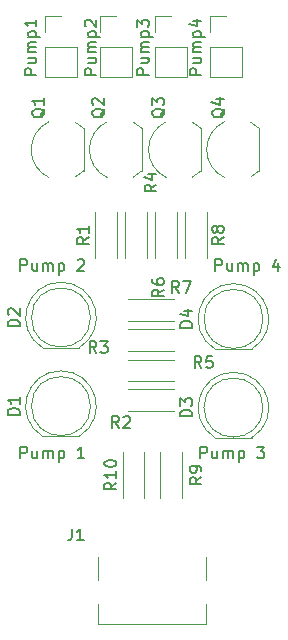
<source format=gbr>
%TF.GenerationSoftware,KiCad,Pcbnew,7.0.11-7.0.11~ubuntu22.04.1*%
%TF.CreationDate,2024-06-13T13:42:09+02:00*%
%TF.ProjectId,ESP-Pump-Interface,4553502d-5075-46d7-902d-496e74657266,rev?*%
%TF.SameCoordinates,Original*%
%TF.FileFunction,Legend,Top*%
%TF.FilePolarity,Positive*%
%FSLAX46Y46*%
G04 Gerber Fmt 4.6, Leading zero omitted, Abs format (unit mm)*
G04 Created by KiCad (PCBNEW 7.0.11-7.0.11~ubuntu22.04.1) date 2024-06-13 13:42:09*
%MOMM*%
%LPD*%
G01*
G04 APERTURE LIST*
%ADD10C,0.200000*%
%ADD11C,0.150000*%
%ADD12C,0.120000*%
G04 APERTURE END LIST*
D10*
X130544673Y-82417219D02*
X130544673Y-81417219D01*
X130544673Y-81417219D02*
X130925625Y-81417219D01*
X130925625Y-81417219D02*
X131020863Y-81464838D01*
X131020863Y-81464838D02*
X131068482Y-81512457D01*
X131068482Y-81512457D02*
X131116101Y-81607695D01*
X131116101Y-81607695D02*
X131116101Y-81750552D01*
X131116101Y-81750552D02*
X131068482Y-81845790D01*
X131068482Y-81845790D02*
X131020863Y-81893409D01*
X131020863Y-81893409D02*
X130925625Y-81941028D01*
X130925625Y-81941028D02*
X130544673Y-81941028D01*
X131973244Y-81750552D02*
X131973244Y-82417219D01*
X131544673Y-81750552D02*
X131544673Y-82274361D01*
X131544673Y-82274361D02*
X131592292Y-82369600D01*
X131592292Y-82369600D02*
X131687530Y-82417219D01*
X131687530Y-82417219D02*
X131830387Y-82417219D01*
X131830387Y-82417219D02*
X131925625Y-82369600D01*
X131925625Y-82369600D02*
X131973244Y-82321980D01*
X132449435Y-82417219D02*
X132449435Y-81750552D01*
X132449435Y-81845790D02*
X132497054Y-81798171D01*
X132497054Y-81798171D02*
X132592292Y-81750552D01*
X132592292Y-81750552D02*
X132735149Y-81750552D01*
X132735149Y-81750552D02*
X132830387Y-81798171D01*
X132830387Y-81798171D02*
X132878006Y-81893409D01*
X132878006Y-81893409D02*
X132878006Y-82417219D01*
X132878006Y-81893409D02*
X132925625Y-81798171D01*
X132925625Y-81798171D02*
X133020863Y-81750552D01*
X133020863Y-81750552D02*
X133163720Y-81750552D01*
X133163720Y-81750552D02*
X133258959Y-81798171D01*
X133258959Y-81798171D02*
X133306578Y-81893409D01*
X133306578Y-81893409D02*
X133306578Y-82417219D01*
X133782768Y-81750552D02*
X133782768Y-82750552D01*
X133782768Y-81798171D02*
X133878006Y-81750552D01*
X133878006Y-81750552D02*
X134068482Y-81750552D01*
X134068482Y-81750552D02*
X134163720Y-81798171D01*
X134163720Y-81798171D02*
X134211339Y-81845790D01*
X134211339Y-81845790D02*
X134258958Y-81941028D01*
X134258958Y-81941028D02*
X134258958Y-82226742D01*
X134258958Y-82226742D02*
X134211339Y-82321980D01*
X134211339Y-82321980D02*
X134163720Y-82369600D01*
X134163720Y-82369600D02*
X134068482Y-82417219D01*
X134068482Y-82417219D02*
X133878006Y-82417219D01*
X133878006Y-82417219D02*
X133782768Y-82369600D01*
X135973244Y-82417219D02*
X135401816Y-82417219D01*
X135687530Y-82417219D02*
X135687530Y-81417219D01*
X135687530Y-81417219D02*
X135592292Y-81560076D01*
X135592292Y-81560076D02*
X135497054Y-81655314D01*
X135497054Y-81655314D02*
X135401816Y-81702933D01*
X130544673Y-66542219D02*
X130544673Y-65542219D01*
X130544673Y-65542219D02*
X130925625Y-65542219D01*
X130925625Y-65542219D02*
X131020863Y-65589838D01*
X131020863Y-65589838D02*
X131068482Y-65637457D01*
X131068482Y-65637457D02*
X131116101Y-65732695D01*
X131116101Y-65732695D02*
X131116101Y-65875552D01*
X131116101Y-65875552D02*
X131068482Y-65970790D01*
X131068482Y-65970790D02*
X131020863Y-66018409D01*
X131020863Y-66018409D02*
X130925625Y-66066028D01*
X130925625Y-66066028D02*
X130544673Y-66066028D01*
X131973244Y-65875552D02*
X131973244Y-66542219D01*
X131544673Y-65875552D02*
X131544673Y-66399361D01*
X131544673Y-66399361D02*
X131592292Y-66494600D01*
X131592292Y-66494600D02*
X131687530Y-66542219D01*
X131687530Y-66542219D02*
X131830387Y-66542219D01*
X131830387Y-66542219D02*
X131925625Y-66494600D01*
X131925625Y-66494600D02*
X131973244Y-66446980D01*
X132449435Y-66542219D02*
X132449435Y-65875552D01*
X132449435Y-65970790D02*
X132497054Y-65923171D01*
X132497054Y-65923171D02*
X132592292Y-65875552D01*
X132592292Y-65875552D02*
X132735149Y-65875552D01*
X132735149Y-65875552D02*
X132830387Y-65923171D01*
X132830387Y-65923171D02*
X132878006Y-66018409D01*
X132878006Y-66018409D02*
X132878006Y-66542219D01*
X132878006Y-66018409D02*
X132925625Y-65923171D01*
X132925625Y-65923171D02*
X133020863Y-65875552D01*
X133020863Y-65875552D02*
X133163720Y-65875552D01*
X133163720Y-65875552D02*
X133258959Y-65923171D01*
X133258959Y-65923171D02*
X133306578Y-66018409D01*
X133306578Y-66018409D02*
X133306578Y-66542219D01*
X133782768Y-65875552D02*
X133782768Y-66875552D01*
X133782768Y-65923171D02*
X133878006Y-65875552D01*
X133878006Y-65875552D02*
X134068482Y-65875552D01*
X134068482Y-65875552D02*
X134163720Y-65923171D01*
X134163720Y-65923171D02*
X134211339Y-65970790D01*
X134211339Y-65970790D02*
X134258958Y-66066028D01*
X134258958Y-66066028D02*
X134258958Y-66351742D01*
X134258958Y-66351742D02*
X134211339Y-66446980D01*
X134211339Y-66446980D02*
X134163720Y-66494600D01*
X134163720Y-66494600D02*
X134068482Y-66542219D01*
X134068482Y-66542219D02*
X133878006Y-66542219D01*
X133878006Y-66542219D02*
X133782768Y-66494600D01*
X135401816Y-65637457D02*
X135449435Y-65589838D01*
X135449435Y-65589838D02*
X135544673Y-65542219D01*
X135544673Y-65542219D02*
X135782768Y-65542219D01*
X135782768Y-65542219D02*
X135878006Y-65589838D01*
X135878006Y-65589838D02*
X135925625Y-65637457D01*
X135925625Y-65637457D02*
X135973244Y-65732695D01*
X135973244Y-65732695D02*
X135973244Y-65827933D01*
X135973244Y-65827933D02*
X135925625Y-65970790D01*
X135925625Y-65970790D02*
X135354197Y-66542219D01*
X135354197Y-66542219D02*
X135973244Y-66542219D01*
X147054673Y-66542219D02*
X147054673Y-65542219D01*
X147054673Y-65542219D02*
X147435625Y-65542219D01*
X147435625Y-65542219D02*
X147530863Y-65589838D01*
X147530863Y-65589838D02*
X147578482Y-65637457D01*
X147578482Y-65637457D02*
X147626101Y-65732695D01*
X147626101Y-65732695D02*
X147626101Y-65875552D01*
X147626101Y-65875552D02*
X147578482Y-65970790D01*
X147578482Y-65970790D02*
X147530863Y-66018409D01*
X147530863Y-66018409D02*
X147435625Y-66066028D01*
X147435625Y-66066028D02*
X147054673Y-66066028D01*
X148483244Y-65875552D02*
X148483244Y-66542219D01*
X148054673Y-65875552D02*
X148054673Y-66399361D01*
X148054673Y-66399361D02*
X148102292Y-66494600D01*
X148102292Y-66494600D02*
X148197530Y-66542219D01*
X148197530Y-66542219D02*
X148340387Y-66542219D01*
X148340387Y-66542219D02*
X148435625Y-66494600D01*
X148435625Y-66494600D02*
X148483244Y-66446980D01*
X148959435Y-66542219D02*
X148959435Y-65875552D01*
X148959435Y-65970790D02*
X149007054Y-65923171D01*
X149007054Y-65923171D02*
X149102292Y-65875552D01*
X149102292Y-65875552D02*
X149245149Y-65875552D01*
X149245149Y-65875552D02*
X149340387Y-65923171D01*
X149340387Y-65923171D02*
X149388006Y-66018409D01*
X149388006Y-66018409D02*
X149388006Y-66542219D01*
X149388006Y-66018409D02*
X149435625Y-65923171D01*
X149435625Y-65923171D02*
X149530863Y-65875552D01*
X149530863Y-65875552D02*
X149673720Y-65875552D01*
X149673720Y-65875552D02*
X149768959Y-65923171D01*
X149768959Y-65923171D02*
X149816578Y-66018409D01*
X149816578Y-66018409D02*
X149816578Y-66542219D01*
X150292768Y-65875552D02*
X150292768Y-66875552D01*
X150292768Y-65923171D02*
X150388006Y-65875552D01*
X150388006Y-65875552D02*
X150578482Y-65875552D01*
X150578482Y-65875552D02*
X150673720Y-65923171D01*
X150673720Y-65923171D02*
X150721339Y-65970790D01*
X150721339Y-65970790D02*
X150768958Y-66066028D01*
X150768958Y-66066028D02*
X150768958Y-66351742D01*
X150768958Y-66351742D02*
X150721339Y-66446980D01*
X150721339Y-66446980D02*
X150673720Y-66494600D01*
X150673720Y-66494600D02*
X150578482Y-66542219D01*
X150578482Y-66542219D02*
X150388006Y-66542219D01*
X150388006Y-66542219D02*
X150292768Y-66494600D01*
X152388006Y-65875552D02*
X152388006Y-66542219D01*
X152149911Y-65494600D02*
X151911816Y-66208885D01*
X151911816Y-66208885D02*
X152530863Y-66208885D01*
X145784673Y-82417219D02*
X145784673Y-81417219D01*
X145784673Y-81417219D02*
X146165625Y-81417219D01*
X146165625Y-81417219D02*
X146260863Y-81464838D01*
X146260863Y-81464838D02*
X146308482Y-81512457D01*
X146308482Y-81512457D02*
X146356101Y-81607695D01*
X146356101Y-81607695D02*
X146356101Y-81750552D01*
X146356101Y-81750552D02*
X146308482Y-81845790D01*
X146308482Y-81845790D02*
X146260863Y-81893409D01*
X146260863Y-81893409D02*
X146165625Y-81941028D01*
X146165625Y-81941028D02*
X145784673Y-81941028D01*
X147213244Y-81750552D02*
X147213244Y-82417219D01*
X146784673Y-81750552D02*
X146784673Y-82274361D01*
X146784673Y-82274361D02*
X146832292Y-82369600D01*
X146832292Y-82369600D02*
X146927530Y-82417219D01*
X146927530Y-82417219D02*
X147070387Y-82417219D01*
X147070387Y-82417219D02*
X147165625Y-82369600D01*
X147165625Y-82369600D02*
X147213244Y-82321980D01*
X147689435Y-82417219D02*
X147689435Y-81750552D01*
X147689435Y-81845790D02*
X147737054Y-81798171D01*
X147737054Y-81798171D02*
X147832292Y-81750552D01*
X147832292Y-81750552D02*
X147975149Y-81750552D01*
X147975149Y-81750552D02*
X148070387Y-81798171D01*
X148070387Y-81798171D02*
X148118006Y-81893409D01*
X148118006Y-81893409D02*
X148118006Y-82417219D01*
X148118006Y-81893409D02*
X148165625Y-81798171D01*
X148165625Y-81798171D02*
X148260863Y-81750552D01*
X148260863Y-81750552D02*
X148403720Y-81750552D01*
X148403720Y-81750552D02*
X148498959Y-81798171D01*
X148498959Y-81798171D02*
X148546578Y-81893409D01*
X148546578Y-81893409D02*
X148546578Y-82417219D01*
X149022768Y-81750552D02*
X149022768Y-82750552D01*
X149022768Y-81798171D02*
X149118006Y-81750552D01*
X149118006Y-81750552D02*
X149308482Y-81750552D01*
X149308482Y-81750552D02*
X149403720Y-81798171D01*
X149403720Y-81798171D02*
X149451339Y-81845790D01*
X149451339Y-81845790D02*
X149498958Y-81941028D01*
X149498958Y-81941028D02*
X149498958Y-82226742D01*
X149498958Y-82226742D02*
X149451339Y-82321980D01*
X149451339Y-82321980D02*
X149403720Y-82369600D01*
X149403720Y-82369600D02*
X149308482Y-82417219D01*
X149308482Y-82417219D02*
X149118006Y-82417219D01*
X149118006Y-82417219D02*
X149022768Y-82369600D01*
X150594197Y-81417219D02*
X151213244Y-81417219D01*
X151213244Y-81417219D02*
X150879911Y-81798171D01*
X150879911Y-81798171D02*
X151022768Y-81798171D01*
X151022768Y-81798171D02*
X151118006Y-81845790D01*
X151118006Y-81845790D02*
X151165625Y-81893409D01*
X151165625Y-81893409D02*
X151213244Y-81988647D01*
X151213244Y-81988647D02*
X151213244Y-82226742D01*
X151213244Y-82226742D02*
X151165625Y-82321980D01*
X151165625Y-82321980D02*
X151118006Y-82369600D01*
X151118006Y-82369600D02*
X151022768Y-82417219D01*
X151022768Y-82417219D02*
X150737054Y-82417219D01*
X150737054Y-82417219D02*
X150641816Y-82369600D01*
X150641816Y-82369600D02*
X150594197Y-82321980D01*
D11*
X132630057Y-52800238D02*
X132582438Y-52895476D01*
X132582438Y-52895476D02*
X132487200Y-52990714D01*
X132487200Y-52990714D02*
X132344342Y-53133571D01*
X132344342Y-53133571D02*
X132296723Y-53228809D01*
X132296723Y-53228809D02*
X132296723Y-53324047D01*
X132534819Y-53276428D02*
X132487200Y-53371666D01*
X132487200Y-53371666D02*
X132391961Y-53466904D01*
X132391961Y-53466904D02*
X132201485Y-53514523D01*
X132201485Y-53514523D02*
X131868152Y-53514523D01*
X131868152Y-53514523D02*
X131677676Y-53466904D01*
X131677676Y-53466904D02*
X131582438Y-53371666D01*
X131582438Y-53371666D02*
X131534819Y-53276428D01*
X131534819Y-53276428D02*
X131534819Y-53085952D01*
X131534819Y-53085952D02*
X131582438Y-52990714D01*
X131582438Y-52990714D02*
X131677676Y-52895476D01*
X131677676Y-52895476D02*
X131868152Y-52847857D01*
X131868152Y-52847857D02*
X132201485Y-52847857D01*
X132201485Y-52847857D02*
X132391961Y-52895476D01*
X132391961Y-52895476D02*
X132487200Y-52990714D01*
X132487200Y-52990714D02*
X132534819Y-53085952D01*
X132534819Y-53085952D02*
X132534819Y-53276428D01*
X132534819Y-51895476D02*
X132534819Y-52466904D01*
X132534819Y-52181190D02*
X131534819Y-52181190D01*
X131534819Y-52181190D02*
X131677676Y-52276428D01*
X131677676Y-52276428D02*
X131772914Y-52371666D01*
X131772914Y-52371666D02*
X131820533Y-52466904D01*
X145869819Y-83986666D02*
X145393628Y-84319999D01*
X145869819Y-84558094D02*
X144869819Y-84558094D01*
X144869819Y-84558094D02*
X144869819Y-84177142D01*
X144869819Y-84177142D02*
X144917438Y-84081904D01*
X144917438Y-84081904D02*
X144965057Y-84034285D01*
X144965057Y-84034285D02*
X145060295Y-83986666D01*
X145060295Y-83986666D02*
X145203152Y-83986666D01*
X145203152Y-83986666D02*
X145298390Y-84034285D01*
X145298390Y-84034285D02*
X145346009Y-84081904D01*
X145346009Y-84081904D02*
X145393628Y-84177142D01*
X145393628Y-84177142D02*
X145393628Y-84558094D01*
X145869819Y-83510475D02*
X145869819Y-83319999D01*
X145869819Y-83319999D02*
X145822200Y-83224761D01*
X145822200Y-83224761D02*
X145774580Y-83177142D01*
X145774580Y-83177142D02*
X145631723Y-83081904D01*
X145631723Y-83081904D02*
X145441247Y-83034285D01*
X145441247Y-83034285D02*
X145060295Y-83034285D01*
X145060295Y-83034285D02*
X144965057Y-83081904D01*
X144965057Y-83081904D02*
X144917438Y-83129523D01*
X144917438Y-83129523D02*
X144869819Y-83224761D01*
X144869819Y-83224761D02*
X144869819Y-83415237D01*
X144869819Y-83415237D02*
X144917438Y-83510475D01*
X144917438Y-83510475D02*
X144965057Y-83558094D01*
X144965057Y-83558094D02*
X145060295Y-83605713D01*
X145060295Y-83605713D02*
X145298390Y-83605713D01*
X145298390Y-83605713D02*
X145393628Y-83558094D01*
X145393628Y-83558094D02*
X145441247Y-83510475D01*
X145441247Y-83510475D02*
X145488866Y-83415237D01*
X145488866Y-83415237D02*
X145488866Y-83224761D01*
X145488866Y-83224761D02*
X145441247Y-83129523D01*
X145441247Y-83129523D02*
X145393628Y-83081904D01*
X145393628Y-83081904D02*
X145298390Y-83034285D01*
X131899819Y-49934523D02*
X130899819Y-49934523D01*
X130899819Y-49934523D02*
X130899819Y-49553571D01*
X130899819Y-49553571D02*
X130947438Y-49458333D01*
X130947438Y-49458333D02*
X130995057Y-49410714D01*
X130995057Y-49410714D02*
X131090295Y-49363095D01*
X131090295Y-49363095D02*
X131233152Y-49363095D01*
X131233152Y-49363095D02*
X131328390Y-49410714D01*
X131328390Y-49410714D02*
X131376009Y-49458333D01*
X131376009Y-49458333D02*
X131423628Y-49553571D01*
X131423628Y-49553571D02*
X131423628Y-49934523D01*
X131233152Y-48505952D02*
X131899819Y-48505952D01*
X131233152Y-48934523D02*
X131756961Y-48934523D01*
X131756961Y-48934523D02*
X131852200Y-48886904D01*
X131852200Y-48886904D02*
X131899819Y-48791666D01*
X131899819Y-48791666D02*
X131899819Y-48648809D01*
X131899819Y-48648809D02*
X131852200Y-48553571D01*
X131852200Y-48553571D02*
X131804580Y-48505952D01*
X131899819Y-48029761D02*
X131233152Y-48029761D01*
X131328390Y-48029761D02*
X131280771Y-47982142D01*
X131280771Y-47982142D02*
X131233152Y-47886904D01*
X131233152Y-47886904D02*
X131233152Y-47744047D01*
X131233152Y-47744047D02*
X131280771Y-47648809D01*
X131280771Y-47648809D02*
X131376009Y-47601190D01*
X131376009Y-47601190D02*
X131899819Y-47601190D01*
X131376009Y-47601190D02*
X131280771Y-47553571D01*
X131280771Y-47553571D02*
X131233152Y-47458333D01*
X131233152Y-47458333D02*
X131233152Y-47315476D01*
X131233152Y-47315476D02*
X131280771Y-47220237D01*
X131280771Y-47220237D02*
X131376009Y-47172618D01*
X131376009Y-47172618D02*
X131899819Y-47172618D01*
X131233152Y-46696428D02*
X132233152Y-46696428D01*
X131280771Y-46696428D02*
X131233152Y-46601190D01*
X131233152Y-46601190D02*
X131233152Y-46410714D01*
X131233152Y-46410714D02*
X131280771Y-46315476D01*
X131280771Y-46315476D02*
X131328390Y-46267857D01*
X131328390Y-46267857D02*
X131423628Y-46220238D01*
X131423628Y-46220238D02*
X131709342Y-46220238D01*
X131709342Y-46220238D02*
X131804580Y-46267857D01*
X131804580Y-46267857D02*
X131852200Y-46315476D01*
X131852200Y-46315476D02*
X131899819Y-46410714D01*
X131899819Y-46410714D02*
X131899819Y-46601190D01*
X131899819Y-46601190D02*
X131852200Y-46696428D01*
X131899819Y-45267857D02*
X131899819Y-45839285D01*
X131899819Y-45553571D02*
X130899819Y-45553571D01*
X130899819Y-45553571D02*
X131042676Y-45648809D01*
X131042676Y-45648809D02*
X131137914Y-45744047D01*
X131137914Y-45744047D02*
X131185533Y-45839285D01*
X147789819Y-63666666D02*
X147313628Y-63999999D01*
X147789819Y-64238094D02*
X146789819Y-64238094D01*
X146789819Y-64238094D02*
X146789819Y-63857142D01*
X146789819Y-63857142D02*
X146837438Y-63761904D01*
X146837438Y-63761904D02*
X146885057Y-63714285D01*
X146885057Y-63714285D02*
X146980295Y-63666666D01*
X146980295Y-63666666D02*
X147123152Y-63666666D01*
X147123152Y-63666666D02*
X147218390Y-63714285D01*
X147218390Y-63714285D02*
X147266009Y-63761904D01*
X147266009Y-63761904D02*
X147313628Y-63857142D01*
X147313628Y-63857142D02*
X147313628Y-64238094D01*
X147218390Y-63095237D02*
X147170771Y-63190475D01*
X147170771Y-63190475D02*
X147123152Y-63238094D01*
X147123152Y-63238094D02*
X147027914Y-63285713D01*
X147027914Y-63285713D02*
X146980295Y-63285713D01*
X146980295Y-63285713D02*
X146885057Y-63238094D01*
X146885057Y-63238094D02*
X146837438Y-63190475D01*
X146837438Y-63190475D02*
X146789819Y-63095237D01*
X146789819Y-63095237D02*
X146789819Y-62904761D01*
X146789819Y-62904761D02*
X146837438Y-62809523D01*
X146837438Y-62809523D02*
X146885057Y-62761904D01*
X146885057Y-62761904D02*
X146980295Y-62714285D01*
X146980295Y-62714285D02*
X147027914Y-62714285D01*
X147027914Y-62714285D02*
X147123152Y-62761904D01*
X147123152Y-62761904D02*
X147170771Y-62809523D01*
X147170771Y-62809523D02*
X147218390Y-62904761D01*
X147218390Y-62904761D02*
X147218390Y-63095237D01*
X147218390Y-63095237D02*
X147266009Y-63190475D01*
X147266009Y-63190475D02*
X147313628Y-63238094D01*
X147313628Y-63238094D02*
X147408866Y-63285713D01*
X147408866Y-63285713D02*
X147599342Y-63285713D01*
X147599342Y-63285713D02*
X147694580Y-63238094D01*
X147694580Y-63238094D02*
X147742200Y-63190475D01*
X147742200Y-63190475D02*
X147789819Y-63095237D01*
X147789819Y-63095237D02*
X147789819Y-62904761D01*
X147789819Y-62904761D02*
X147742200Y-62809523D01*
X147742200Y-62809523D02*
X147694580Y-62761904D01*
X147694580Y-62761904D02*
X147599342Y-62714285D01*
X147599342Y-62714285D02*
X147408866Y-62714285D01*
X147408866Y-62714285D02*
X147313628Y-62761904D01*
X147313628Y-62761904D02*
X147266009Y-62809523D01*
X147266009Y-62809523D02*
X147218390Y-62904761D01*
X138666619Y-84462857D02*
X138190428Y-84796190D01*
X138666619Y-85034285D02*
X137666619Y-85034285D01*
X137666619Y-85034285D02*
X137666619Y-84653333D01*
X137666619Y-84653333D02*
X137714238Y-84558095D01*
X137714238Y-84558095D02*
X137761857Y-84510476D01*
X137761857Y-84510476D02*
X137857095Y-84462857D01*
X137857095Y-84462857D02*
X137999952Y-84462857D01*
X137999952Y-84462857D02*
X138095190Y-84510476D01*
X138095190Y-84510476D02*
X138142809Y-84558095D01*
X138142809Y-84558095D02*
X138190428Y-84653333D01*
X138190428Y-84653333D02*
X138190428Y-85034285D01*
X138666619Y-83510476D02*
X138666619Y-84081904D01*
X138666619Y-83796190D02*
X137666619Y-83796190D01*
X137666619Y-83796190D02*
X137809476Y-83891428D01*
X137809476Y-83891428D02*
X137904714Y-83986666D01*
X137904714Y-83986666D02*
X137952333Y-84081904D01*
X137666619Y-82891428D02*
X137666619Y-82796190D01*
X137666619Y-82796190D02*
X137714238Y-82700952D01*
X137714238Y-82700952D02*
X137761857Y-82653333D01*
X137761857Y-82653333D02*
X137857095Y-82605714D01*
X137857095Y-82605714D02*
X138047571Y-82558095D01*
X138047571Y-82558095D02*
X138285666Y-82558095D01*
X138285666Y-82558095D02*
X138476142Y-82605714D01*
X138476142Y-82605714D02*
X138571380Y-82653333D01*
X138571380Y-82653333D02*
X138619000Y-82700952D01*
X138619000Y-82700952D02*
X138666619Y-82796190D01*
X138666619Y-82796190D02*
X138666619Y-82891428D01*
X138666619Y-82891428D02*
X138619000Y-82986666D01*
X138619000Y-82986666D02*
X138571380Y-83034285D01*
X138571380Y-83034285D02*
X138476142Y-83081904D01*
X138476142Y-83081904D02*
X138285666Y-83129523D01*
X138285666Y-83129523D02*
X138047571Y-83129523D01*
X138047571Y-83129523D02*
X137857095Y-83081904D01*
X137857095Y-83081904D02*
X137761857Y-83034285D01*
X137761857Y-83034285D02*
X137714238Y-82986666D01*
X137714238Y-82986666D02*
X137666619Y-82891428D01*
X134921666Y-88354819D02*
X134921666Y-89069104D01*
X134921666Y-89069104D02*
X134874047Y-89211961D01*
X134874047Y-89211961D02*
X134778809Y-89307200D01*
X134778809Y-89307200D02*
X134635952Y-89354819D01*
X134635952Y-89354819D02*
X134540714Y-89354819D01*
X135921666Y-89354819D02*
X135350238Y-89354819D01*
X135635952Y-89354819D02*
X135635952Y-88354819D01*
X135635952Y-88354819D02*
X135540714Y-88497676D01*
X135540714Y-88497676D02*
X135445476Y-88592914D01*
X135445476Y-88592914D02*
X135350238Y-88640533D01*
X136979819Y-49934523D02*
X135979819Y-49934523D01*
X135979819Y-49934523D02*
X135979819Y-49553571D01*
X135979819Y-49553571D02*
X136027438Y-49458333D01*
X136027438Y-49458333D02*
X136075057Y-49410714D01*
X136075057Y-49410714D02*
X136170295Y-49363095D01*
X136170295Y-49363095D02*
X136313152Y-49363095D01*
X136313152Y-49363095D02*
X136408390Y-49410714D01*
X136408390Y-49410714D02*
X136456009Y-49458333D01*
X136456009Y-49458333D02*
X136503628Y-49553571D01*
X136503628Y-49553571D02*
X136503628Y-49934523D01*
X136313152Y-48505952D02*
X136979819Y-48505952D01*
X136313152Y-48934523D02*
X136836961Y-48934523D01*
X136836961Y-48934523D02*
X136932200Y-48886904D01*
X136932200Y-48886904D02*
X136979819Y-48791666D01*
X136979819Y-48791666D02*
X136979819Y-48648809D01*
X136979819Y-48648809D02*
X136932200Y-48553571D01*
X136932200Y-48553571D02*
X136884580Y-48505952D01*
X136979819Y-48029761D02*
X136313152Y-48029761D01*
X136408390Y-48029761D02*
X136360771Y-47982142D01*
X136360771Y-47982142D02*
X136313152Y-47886904D01*
X136313152Y-47886904D02*
X136313152Y-47744047D01*
X136313152Y-47744047D02*
X136360771Y-47648809D01*
X136360771Y-47648809D02*
X136456009Y-47601190D01*
X136456009Y-47601190D02*
X136979819Y-47601190D01*
X136456009Y-47601190D02*
X136360771Y-47553571D01*
X136360771Y-47553571D02*
X136313152Y-47458333D01*
X136313152Y-47458333D02*
X136313152Y-47315476D01*
X136313152Y-47315476D02*
X136360771Y-47220237D01*
X136360771Y-47220237D02*
X136456009Y-47172618D01*
X136456009Y-47172618D02*
X136979819Y-47172618D01*
X136313152Y-46696428D02*
X137313152Y-46696428D01*
X136360771Y-46696428D02*
X136313152Y-46601190D01*
X136313152Y-46601190D02*
X136313152Y-46410714D01*
X136313152Y-46410714D02*
X136360771Y-46315476D01*
X136360771Y-46315476D02*
X136408390Y-46267857D01*
X136408390Y-46267857D02*
X136503628Y-46220238D01*
X136503628Y-46220238D02*
X136789342Y-46220238D01*
X136789342Y-46220238D02*
X136884580Y-46267857D01*
X136884580Y-46267857D02*
X136932200Y-46315476D01*
X136932200Y-46315476D02*
X136979819Y-46410714D01*
X136979819Y-46410714D02*
X136979819Y-46601190D01*
X136979819Y-46601190D02*
X136932200Y-46696428D01*
X136075057Y-45839285D02*
X136027438Y-45791666D01*
X136027438Y-45791666D02*
X135979819Y-45696428D01*
X135979819Y-45696428D02*
X135979819Y-45458333D01*
X135979819Y-45458333D02*
X136027438Y-45363095D01*
X136027438Y-45363095D02*
X136075057Y-45315476D01*
X136075057Y-45315476D02*
X136170295Y-45267857D01*
X136170295Y-45267857D02*
X136265533Y-45267857D01*
X136265533Y-45267857D02*
X136408390Y-45315476D01*
X136408390Y-45315476D02*
X136979819Y-45886904D01*
X136979819Y-45886904D02*
X136979819Y-45267857D01*
X143978333Y-68399819D02*
X143645000Y-67923628D01*
X143406905Y-68399819D02*
X143406905Y-67399819D01*
X143406905Y-67399819D02*
X143787857Y-67399819D01*
X143787857Y-67399819D02*
X143883095Y-67447438D01*
X143883095Y-67447438D02*
X143930714Y-67495057D01*
X143930714Y-67495057D02*
X143978333Y-67590295D01*
X143978333Y-67590295D02*
X143978333Y-67733152D01*
X143978333Y-67733152D02*
X143930714Y-67828390D01*
X143930714Y-67828390D02*
X143883095Y-67876009D01*
X143883095Y-67876009D02*
X143787857Y-67923628D01*
X143787857Y-67923628D02*
X143406905Y-67923628D01*
X144311667Y-67399819D02*
X144978333Y-67399819D01*
X144978333Y-67399819D02*
X144549762Y-68399819D01*
X138898333Y-79829819D02*
X138565000Y-79353628D01*
X138326905Y-79829819D02*
X138326905Y-78829819D01*
X138326905Y-78829819D02*
X138707857Y-78829819D01*
X138707857Y-78829819D02*
X138803095Y-78877438D01*
X138803095Y-78877438D02*
X138850714Y-78925057D01*
X138850714Y-78925057D02*
X138898333Y-79020295D01*
X138898333Y-79020295D02*
X138898333Y-79163152D01*
X138898333Y-79163152D02*
X138850714Y-79258390D01*
X138850714Y-79258390D02*
X138803095Y-79306009D01*
X138803095Y-79306009D02*
X138707857Y-79353628D01*
X138707857Y-79353628D02*
X138326905Y-79353628D01*
X139279286Y-78925057D02*
X139326905Y-78877438D01*
X139326905Y-78877438D02*
X139422143Y-78829819D01*
X139422143Y-78829819D02*
X139660238Y-78829819D01*
X139660238Y-78829819D02*
X139755476Y-78877438D01*
X139755476Y-78877438D02*
X139803095Y-78925057D01*
X139803095Y-78925057D02*
X139850714Y-79020295D01*
X139850714Y-79020295D02*
X139850714Y-79115533D01*
X139850714Y-79115533D02*
X139803095Y-79258390D01*
X139803095Y-79258390D02*
X139231667Y-79829819D01*
X139231667Y-79829819D02*
X139850714Y-79829819D01*
X137710057Y-52800238D02*
X137662438Y-52895476D01*
X137662438Y-52895476D02*
X137567200Y-52990714D01*
X137567200Y-52990714D02*
X137424342Y-53133571D01*
X137424342Y-53133571D02*
X137376723Y-53228809D01*
X137376723Y-53228809D02*
X137376723Y-53324047D01*
X137614819Y-53276428D02*
X137567200Y-53371666D01*
X137567200Y-53371666D02*
X137471961Y-53466904D01*
X137471961Y-53466904D02*
X137281485Y-53514523D01*
X137281485Y-53514523D02*
X136948152Y-53514523D01*
X136948152Y-53514523D02*
X136757676Y-53466904D01*
X136757676Y-53466904D02*
X136662438Y-53371666D01*
X136662438Y-53371666D02*
X136614819Y-53276428D01*
X136614819Y-53276428D02*
X136614819Y-53085952D01*
X136614819Y-53085952D02*
X136662438Y-52990714D01*
X136662438Y-52990714D02*
X136757676Y-52895476D01*
X136757676Y-52895476D02*
X136948152Y-52847857D01*
X136948152Y-52847857D02*
X137281485Y-52847857D01*
X137281485Y-52847857D02*
X137471961Y-52895476D01*
X137471961Y-52895476D02*
X137567200Y-52990714D01*
X137567200Y-52990714D02*
X137614819Y-53085952D01*
X137614819Y-53085952D02*
X137614819Y-53276428D01*
X136710057Y-52466904D02*
X136662438Y-52419285D01*
X136662438Y-52419285D02*
X136614819Y-52324047D01*
X136614819Y-52324047D02*
X136614819Y-52085952D01*
X136614819Y-52085952D02*
X136662438Y-51990714D01*
X136662438Y-51990714D02*
X136710057Y-51943095D01*
X136710057Y-51943095D02*
X136805295Y-51895476D01*
X136805295Y-51895476D02*
X136900533Y-51895476D01*
X136900533Y-51895476D02*
X137043390Y-51943095D01*
X137043390Y-51943095D02*
X137614819Y-52514523D01*
X137614819Y-52514523D02*
X137614819Y-51895476D01*
X145869819Y-49934523D02*
X144869819Y-49934523D01*
X144869819Y-49934523D02*
X144869819Y-49553571D01*
X144869819Y-49553571D02*
X144917438Y-49458333D01*
X144917438Y-49458333D02*
X144965057Y-49410714D01*
X144965057Y-49410714D02*
X145060295Y-49363095D01*
X145060295Y-49363095D02*
X145203152Y-49363095D01*
X145203152Y-49363095D02*
X145298390Y-49410714D01*
X145298390Y-49410714D02*
X145346009Y-49458333D01*
X145346009Y-49458333D02*
X145393628Y-49553571D01*
X145393628Y-49553571D02*
X145393628Y-49934523D01*
X145203152Y-48505952D02*
X145869819Y-48505952D01*
X145203152Y-48934523D02*
X145726961Y-48934523D01*
X145726961Y-48934523D02*
X145822200Y-48886904D01*
X145822200Y-48886904D02*
X145869819Y-48791666D01*
X145869819Y-48791666D02*
X145869819Y-48648809D01*
X145869819Y-48648809D02*
X145822200Y-48553571D01*
X145822200Y-48553571D02*
X145774580Y-48505952D01*
X145869819Y-48029761D02*
X145203152Y-48029761D01*
X145298390Y-48029761D02*
X145250771Y-47982142D01*
X145250771Y-47982142D02*
X145203152Y-47886904D01*
X145203152Y-47886904D02*
X145203152Y-47744047D01*
X145203152Y-47744047D02*
X145250771Y-47648809D01*
X145250771Y-47648809D02*
X145346009Y-47601190D01*
X145346009Y-47601190D02*
X145869819Y-47601190D01*
X145346009Y-47601190D02*
X145250771Y-47553571D01*
X145250771Y-47553571D02*
X145203152Y-47458333D01*
X145203152Y-47458333D02*
X145203152Y-47315476D01*
X145203152Y-47315476D02*
X145250771Y-47220237D01*
X145250771Y-47220237D02*
X145346009Y-47172618D01*
X145346009Y-47172618D02*
X145869819Y-47172618D01*
X145203152Y-46696428D02*
X146203152Y-46696428D01*
X145250771Y-46696428D02*
X145203152Y-46601190D01*
X145203152Y-46601190D02*
X145203152Y-46410714D01*
X145203152Y-46410714D02*
X145250771Y-46315476D01*
X145250771Y-46315476D02*
X145298390Y-46267857D01*
X145298390Y-46267857D02*
X145393628Y-46220238D01*
X145393628Y-46220238D02*
X145679342Y-46220238D01*
X145679342Y-46220238D02*
X145774580Y-46267857D01*
X145774580Y-46267857D02*
X145822200Y-46315476D01*
X145822200Y-46315476D02*
X145869819Y-46410714D01*
X145869819Y-46410714D02*
X145869819Y-46601190D01*
X145869819Y-46601190D02*
X145822200Y-46696428D01*
X145203152Y-45363095D02*
X145869819Y-45363095D01*
X144822200Y-45601190D02*
X145536485Y-45839285D01*
X145536485Y-45839285D02*
X145536485Y-45220238D01*
X136344819Y-63666666D02*
X135868628Y-63999999D01*
X136344819Y-64238094D02*
X135344819Y-64238094D01*
X135344819Y-64238094D02*
X135344819Y-63857142D01*
X135344819Y-63857142D02*
X135392438Y-63761904D01*
X135392438Y-63761904D02*
X135440057Y-63714285D01*
X135440057Y-63714285D02*
X135535295Y-63666666D01*
X135535295Y-63666666D02*
X135678152Y-63666666D01*
X135678152Y-63666666D02*
X135773390Y-63714285D01*
X135773390Y-63714285D02*
X135821009Y-63761904D01*
X135821009Y-63761904D02*
X135868628Y-63857142D01*
X135868628Y-63857142D02*
X135868628Y-64238094D01*
X136344819Y-62714285D02*
X136344819Y-63285713D01*
X136344819Y-62999999D02*
X135344819Y-62999999D01*
X135344819Y-62999999D02*
X135487676Y-63095237D01*
X135487676Y-63095237D02*
X135582914Y-63190475D01*
X135582914Y-63190475D02*
X135630533Y-63285713D01*
X145084819Y-71343094D02*
X144084819Y-71343094D01*
X144084819Y-71343094D02*
X144084819Y-71104999D01*
X144084819Y-71104999D02*
X144132438Y-70962142D01*
X144132438Y-70962142D02*
X144227676Y-70866904D01*
X144227676Y-70866904D02*
X144322914Y-70819285D01*
X144322914Y-70819285D02*
X144513390Y-70771666D01*
X144513390Y-70771666D02*
X144656247Y-70771666D01*
X144656247Y-70771666D02*
X144846723Y-70819285D01*
X144846723Y-70819285D02*
X144941961Y-70866904D01*
X144941961Y-70866904D02*
X145037200Y-70962142D01*
X145037200Y-70962142D02*
X145084819Y-71104999D01*
X145084819Y-71104999D02*
X145084819Y-71343094D01*
X144418152Y-69914523D02*
X145084819Y-69914523D01*
X144037200Y-70152618D02*
X144751485Y-70390713D01*
X144751485Y-70390713D02*
X144751485Y-69771666D01*
X142694819Y-68111666D02*
X142218628Y-68444999D01*
X142694819Y-68683094D02*
X141694819Y-68683094D01*
X141694819Y-68683094D02*
X141694819Y-68302142D01*
X141694819Y-68302142D02*
X141742438Y-68206904D01*
X141742438Y-68206904D02*
X141790057Y-68159285D01*
X141790057Y-68159285D02*
X141885295Y-68111666D01*
X141885295Y-68111666D02*
X142028152Y-68111666D01*
X142028152Y-68111666D02*
X142123390Y-68159285D01*
X142123390Y-68159285D02*
X142171009Y-68206904D01*
X142171009Y-68206904D02*
X142218628Y-68302142D01*
X142218628Y-68302142D02*
X142218628Y-68683094D01*
X141694819Y-67254523D02*
X141694819Y-67444999D01*
X141694819Y-67444999D02*
X141742438Y-67540237D01*
X141742438Y-67540237D02*
X141790057Y-67587856D01*
X141790057Y-67587856D02*
X141932914Y-67683094D01*
X141932914Y-67683094D02*
X142123390Y-67730713D01*
X142123390Y-67730713D02*
X142504342Y-67730713D01*
X142504342Y-67730713D02*
X142599580Y-67683094D01*
X142599580Y-67683094D02*
X142647200Y-67635475D01*
X142647200Y-67635475D02*
X142694819Y-67540237D01*
X142694819Y-67540237D02*
X142694819Y-67349761D01*
X142694819Y-67349761D02*
X142647200Y-67254523D01*
X142647200Y-67254523D02*
X142599580Y-67206904D01*
X142599580Y-67206904D02*
X142504342Y-67159285D01*
X142504342Y-67159285D02*
X142266247Y-67159285D01*
X142266247Y-67159285D02*
X142171009Y-67206904D01*
X142171009Y-67206904D02*
X142123390Y-67254523D01*
X142123390Y-67254523D02*
X142075771Y-67349761D01*
X142075771Y-67349761D02*
X142075771Y-67540237D01*
X142075771Y-67540237D02*
X142123390Y-67635475D01*
X142123390Y-67635475D02*
X142171009Y-67683094D01*
X142171009Y-67683094D02*
X142266247Y-67730713D01*
X141424819Y-49934523D02*
X140424819Y-49934523D01*
X140424819Y-49934523D02*
X140424819Y-49553571D01*
X140424819Y-49553571D02*
X140472438Y-49458333D01*
X140472438Y-49458333D02*
X140520057Y-49410714D01*
X140520057Y-49410714D02*
X140615295Y-49363095D01*
X140615295Y-49363095D02*
X140758152Y-49363095D01*
X140758152Y-49363095D02*
X140853390Y-49410714D01*
X140853390Y-49410714D02*
X140901009Y-49458333D01*
X140901009Y-49458333D02*
X140948628Y-49553571D01*
X140948628Y-49553571D02*
X140948628Y-49934523D01*
X140758152Y-48505952D02*
X141424819Y-48505952D01*
X140758152Y-48934523D02*
X141281961Y-48934523D01*
X141281961Y-48934523D02*
X141377200Y-48886904D01*
X141377200Y-48886904D02*
X141424819Y-48791666D01*
X141424819Y-48791666D02*
X141424819Y-48648809D01*
X141424819Y-48648809D02*
X141377200Y-48553571D01*
X141377200Y-48553571D02*
X141329580Y-48505952D01*
X141424819Y-48029761D02*
X140758152Y-48029761D01*
X140853390Y-48029761D02*
X140805771Y-47982142D01*
X140805771Y-47982142D02*
X140758152Y-47886904D01*
X140758152Y-47886904D02*
X140758152Y-47744047D01*
X140758152Y-47744047D02*
X140805771Y-47648809D01*
X140805771Y-47648809D02*
X140901009Y-47601190D01*
X140901009Y-47601190D02*
X141424819Y-47601190D01*
X140901009Y-47601190D02*
X140805771Y-47553571D01*
X140805771Y-47553571D02*
X140758152Y-47458333D01*
X140758152Y-47458333D02*
X140758152Y-47315476D01*
X140758152Y-47315476D02*
X140805771Y-47220237D01*
X140805771Y-47220237D02*
X140901009Y-47172618D01*
X140901009Y-47172618D02*
X141424819Y-47172618D01*
X140758152Y-46696428D02*
X141758152Y-46696428D01*
X140805771Y-46696428D02*
X140758152Y-46601190D01*
X140758152Y-46601190D02*
X140758152Y-46410714D01*
X140758152Y-46410714D02*
X140805771Y-46315476D01*
X140805771Y-46315476D02*
X140853390Y-46267857D01*
X140853390Y-46267857D02*
X140948628Y-46220238D01*
X140948628Y-46220238D02*
X141234342Y-46220238D01*
X141234342Y-46220238D02*
X141329580Y-46267857D01*
X141329580Y-46267857D02*
X141377200Y-46315476D01*
X141377200Y-46315476D02*
X141424819Y-46410714D01*
X141424819Y-46410714D02*
X141424819Y-46601190D01*
X141424819Y-46601190D02*
X141377200Y-46696428D01*
X140424819Y-45886904D02*
X140424819Y-45267857D01*
X140424819Y-45267857D02*
X140805771Y-45601190D01*
X140805771Y-45601190D02*
X140805771Y-45458333D01*
X140805771Y-45458333D02*
X140853390Y-45363095D01*
X140853390Y-45363095D02*
X140901009Y-45315476D01*
X140901009Y-45315476D02*
X140996247Y-45267857D01*
X140996247Y-45267857D02*
X141234342Y-45267857D01*
X141234342Y-45267857D02*
X141329580Y-45315476D01*
X141329580Y-45315476D02*
X141377200Y-45363095D01*
X141377200Y-45363095D02*
X141424819Y-45458333D01*
X141424819Y-45458333D02*
X141424819Y-45744047D01*
X141424819Y-45744047D02*
X141377200Y-45839285D01*
X141377200Y-45839285D02*
X141329580Y-45886904D01*
X147870057Y-52800238D02*
X147822438Y-52895476D01*
X147822438Y-52895476D02*
X147727200Y-52990714D01*
X147727200Y-52990714D02*
X147584342Y-53133571D01*
X147584342Y-53133571D02*
X147536723Y-53228809D01*
X147536723Y-53228809D02*
X147536723Y-53324047D01*
X147774819Y-53276428D02*
X147727200Y-53371666D01*
X147727200Y-53371666D02*
X147631961Y-53466904D01*
X147631961Y-53466904D02*
X147441485Y-53514523D01*
X147441485Y-53514523D02*
X147108152Y-53514523D01*
X147108152Y-53514523D02*
X146917676Y-53466904D01*
X146917676Y-53466904D02*
X146822438Y-53371666D01*
X146822438Y-53371666D02*
X146774819Y-53276428D01*
X146774819Y-53276428D02*
X146774819Y-53085952D01*
X146774819Y-53085952D02*
X146822438Y-52990714D01*
X146822438Y-52990714D02*
X146917676Y-52895476D01*
X146917676Y-52895476D02*
X147108152Y-52847857D01*
X147108152Y-52847857D02*
X147441485Y-52847857D01*
X147441485Y-52847857D02*
X147631961Y-52895476D01*
X147631961Y-52895476D02*
X147727200Y-52990714D01*
X147727200Y-52990714D02*
X147774819Y-53085952D01*
X147774819Y-53085952D02*
X147774819Y-53276428D01*
X147108152Y-51990714D02*
X147774819Y-51990714D01*
X146727200Y-52228809D02*
X147441485Y-52466904D01*
X147441485Y-52466904D02*
X147441485Y-51847857D01*
X145883333Y-74749819D02*
X145550000Y-74273628D01*
X145311905Y-74749819D02*
X145311905Y-73749819D01*
X145311905Y-73749819D02*
X145692857Y-73749819D01*
X145692857Y-73749819D02*
X145788095Y-73797438D01*
X145788095Y-73797438D02*
X145835714Y-73845057D01*
X145835714Y-73845057D02*
X145883333Y-73940295D01*
X145883333Y-73940295D02*
X145883333Y-74083152D01*
X145883333Y-74083152D02*
X145835714Y-74178390D01*
X145835714Y-74178390D02*
X145788095Y-74226009D01*
X145788095Y-74226009D02*
X145692857Y-74273628D01*
X145692857Y-74273628D02*
X145311905Y-74273628D01*
X146788095Y-73749819D02*
X146311905Y-73749819D01*
X146311905Y-73749819D02*
X146264286Y-74226009D01*
X146264286Y-74226009D02*
X146311905Y-74178390D01*
X146311905Y-74178390D02*
X146407143Y-74130771D01*
X146407143Y-74130771D02*
X146645238Y-74130771D01*
X146645238Y-74130771D02*
X146740476Y-74178390D01*
X146740476Y-74178390D02*
X146788095Y-74226009D01*
X146788095Y-74226009D02*
X146835714Y-74321247D01*
X146835714Y-74321247D02*
X146835714Y-74559342D01*
X146835714Y-74559342D02*
X146788095Y-74654580D01*
X146788095Y-74654580D02*
X146740476Y-74702200D01*
X146740476Y-74702200D02*
X146645238Y-74749819D01*
X146645238Y-74749819D02*
X146407143Y-74749819D01*
X146407143Y-74749819D02*
X146311905Y-74702200D01*
X146311905Y-74702200D02*
X146264286Y-74654580D01*
X130479819Y-78723094D02*
X129479819Y-78723094D01*
X129479819Y-78723094D02*
X129479819Y-78484999D01*
X129479819Y-78484999D02*
X129527438Y-78342142D01*
X129527438Y-78342142D02*
X129622676Y-78246904D01*
X129622676Y-78246904D02*
X129717914Y-78199285D01*
X129717914Y-78199285D02*
X129908390Y-78151666D01*
X129908390Y-78151666D02*
X130051247Y-78151666D01*
X130051247Y-78151666D02*
X130241723Y-78199285D01*
X130241723Y-78199285D02*
X130336961Y-78246904D01*
X130336961Y-78246904D02*
X130432200Y-78342142D01*
X130432200Y-78342142D02*
X130479819Y-78484999D01*
X130479819Y-78484999D02*
X130479819Y-78723094D01*
X130479819Y-77199285D02*
X130479819Y-77770713D01*
X130479819Y-77484999D02*
X129479819Y-77484999D01*
X129479819Y-77484999D02*
X129622676Y-77580237D01*
X129622676Y-77580237D02*
X129717914Y-77675475D01*
X129717914Y-77675475D02*
X129765533Y-77770713D01*
X145084819Y-78843094D02*
X144084819Y-78843094D01*
X144084819Y-78843094D02*
X144084819Y-78604999D01*
X144084819Y-78604999D02*
X144132438Y-78462142D01*
X144132438Y-78462142D02*
X144227676Y-78366904D01*
X144227676Y-78366904D02*
X144322914Y-78319285D01*
X144322914Y-78319285D02*
X144513390Y-78271666D01*
X144513390Y-78271666D02*
X144656247Y-78271666D01*
X144656247Y-78271666D02*
X144846723Y-78319285D01*
X144846723Y-78319285D02*
X144941961Y-78366904D01*
X144941961Y-78366904D02*
X145037200Y-78462142D01*
X145037200Y-78462142D02*
X145084819Y-78604999D01*
X145084819Y-78604999D02*
X145084819Y-78843094D01*
X144084819Y-77938332D02*
X144084819Y-77319285D01*
X144084819Y-77319285D02*
X144465771Y-77652618D01*
X144465771Y-77652618D02*
X144465771Y-77509761D01*
X144465771Y-77509761D02*
X144513390Y-77414523D01*
X144513390Y-77414523D02*
X144561009Y-77366904D01*
X144561009Y-77366904D02*
X144656247Y-77319285D01*
X144656247Y-77319285D02*
X144894342Y-77319285D01*
X144894342Y-77319285D02*
X144989580Y-77366904D01*
X144989580Y-77366904D02*
X145037200Y-77414523D01*
X145037200Y-77414523D02*
X145084819Y-77509761D01*
X145084819Y-77509761D02*
X145084819Y-77795475D01*
X145084819Y-77795475D02*
X145037200Y-77890713D01*
X145037200Y-77890713D02*
X144989580Y-77938332D01*
X142790057Y-52800238D02*
X142742438Y-52895476D01*
X142742438Y-52895476D02*
X142647200Y-52990714D01*
X142647200Y-52990714D02*
X142504342Y-53133571D01*
X142504342Y-53133571D02*
X142456723Y-53228809D01*
X142456723Y-53228809D02*
X142456723Y-53324047D01*
X142694819Y-53276428D02*
X142647200Y-53371666D01*
X142647200Y-53371666D02*
X142551961Y-53466904D01*
X142551961Y-53466904D02*
X142361485Y-53514523D01*
X142361485Y-53514523D02*
X142028152Y-53514523D01*
X142028152Y-53514523D02*
X141837676Y-53466904D01*
X141837676Y-53466904D02*
X141742438Y-53371666D01*
X141742438Y-53371666D02*
X141694819Y-53276428D01*
X141694819Y-53276428D02*
X141694819Y-53085952D01*
X141694819Y-53085952D02*
X141742438Y-52990714D01*
X141742438Y-52990714D02*
X141837676Y-52895476D01*
X141837676Y-52895476D02*
X142028152Y-52847857D01*
X142028152Y-52847857D02*
X142361485Y-52847857D01*
X142361485Y-52847857D02*
X142551961Y-52895476D01*
X142551961Y-52895476D02*
X142647200Y-52990714D01*
X142647200Y-52990714D02*
X142694819Y-53085952D01*
X142694819Y-53085952D02*
X142694819Y-53276428D01*
X141694819Y-52514523D02*
X141694819Y-51895476D01*
X141694819Y-51895476D02*
X142075771Y-52228809D01*
X142075771Y-52228809D02*
X142075771Y-52085952D01*
X142075771Y-52085952D02*
X142123390Y-51990714D01*
X142123390Y-51990714D02*
X142171009Y-51943095D01*
X142171009Y-51943095D02*
X142266247Y-51895476D01*
X142266247Y-51895476D02*
X142504342Y-51895476D01*
X142504342Y-51895476D02*
X142599580Y-51943095D01*
X142599580Y-51943095D02*
X142647200Y-51990714D01*
X142647200Y-51990714D02*
X142694819Y-52085952D01*
X142694819Y-52085952D02*
X142694819Y-52371666D01*
X142694819Y-52371666D02*
X142647200Y-52466904D01*
X142647200Y-52466904D02*
X142599580Y-52514523D01*
X130479819Y-71223094D02*
X129479819Y-71223094D01*
X129479819Y-71223094D02*
X129479819Y-70984999D01*
X129479819Y-70984999D02*
X129527438Y-70842142D01*
X129527438Y-70842142D02*
X129622676Y-70746904D01*
X129622676Y-70746904D02*
X129717914Y-70699285D01*
X129717914Y-70699285D02*
X129908390Y-70651666D01*
X129908390Y-70651666D02*
X130051247Y-70651666D01*
X130051247Y-70651666D02*
X130241723Y-70699285D01*
X130241723Y-70699285D02*
X130336961Y-70746904D01*
X130336961Y-70746904D02*
X130432200Y-70842142D01*
X130432200Y-70842142D02*
X130479819Y-70984999D01*
X130479819Y-70984999D02*
X130479819Y-71223094D01*
X129575057Y-70270713D02*
X129527438Y-70223094D01*
X129527438Y-70223094D02*
X129479819Y-70127856D01*
X129479819Y-70127856D02*
X129479819Y-69889761D01*
X129479819Y-69889761D02*
X129527438Y-69794523D01*
X129527438Y-69794523D02*
X129575057Y-69746904D01*
X129575057Y-69746904D02*
X129670295Y-69699285D01*
X129670295Y-69699285D02*
X129765533Y-69699285D01*
X129765533Y-69699285D02*
X129908390Y-69746904D01*
X129908390Y-69746904D02*
X130479819Y-70318332D01*
X130479819Y-70318332D02*
X130479819Y-69699285D01*
X136993333Y-73479819D02*
X136660000Y-73003628D01*
X136421905Y-73479819D02*
X136421905Y-72479819D01*
X136421905Y-72479819D02*
X136802857Y-72479819D01*
X136802857Y-72479819D02*
X136898095Y-72527438D01*
X136898095Y-72527438D02*
X136945714Y-72575057D01*
X136945714Y-72575057D02*
X136993333Y-72670295D01*
X136993333Y-72670295D02*
X136993333Y-72813152D01*
X136993333Y-72813152D02*
X136945714Y-72908390D01*
X136945714Y-72908390D02*
X136898095Y-72956009D01*
X136898095Y-72956009D02*
X136802857Y-73003628D01*
X136802857Y-73003628D02*
X136421905Y-73003628D01*
X137326667Y-72479819D02*
X137945714Y-72479819D01*
X137945714Y-72479819D02*
X137612381Y-72860771D01*
X137612381Y-72860771D02*
X137755238Y-72860771D01*
X137755238Y-72860771D02*
X137850476Y-72908390D01*
X137850476Y-72908390D02*
X137898095Y-72956009D01*
X137898095Y-72956009D02*
X137945714Y-73051247D01*
X137945714Y-73051247D02*
X137945714Y-73289342D01*
X137945714Y-73289342D02*
X137898095Y-73384580D01*
X137898095Y-73384580D02*
X137850476Y-73432200D01*
X137850476Y-73432200D02*
X137755238Y-73479819D01*
X137755238Y-73479819D02*
X137469524Y-73479819D01*
X137469524Y-73479819D02*
X137374286Y-73432200D01*
X137374286Y-73432200D02*
X137326667Y-73384580D01*
X142059819Y-59221666D02*
X141583628Y-59554999D01*
X142059819Y-59793094D02*
X141059819Y-59793094D01*
X141059819Y-59793094D02*
X141059819Y-59412142D01*
X141059819Y-59412142D02*
X141107438Y-59316904D01*
X141107438Y-59316904D02*
X141155057Y-59269285D01*
X141155057Y-59269285D02*
X141250295Y-59221666D01*
X141250295Y-59221666D02*
X141393152Y-59221666D01*
X141393152Y-59221666D02*
X141488390Y-59269285D01*
X141488390Y-59269285D02*
X141536009Y-59316904D01*
X141536009Y-59316904D02*
X141583628Y-59412142D01*
X141583628Y-59412142D02*
X141583628Y-59793094D01*
X141393152Y-58364523D02*
X142059819Y-58364523D01*
X141012200Y-58602618D02*
X141726485Y-58840713D01*
X141726485Y-58840713D02*
X141726485Y-58221666D01*
D12*
%TO.C,Q1*%
X135911200Y-58066600D02*
X135911200Y-54466600D01*
X131461201Y-56266600D02*
G75*
G03*
X132962393Y-58622999I2599999J0D01*
G01*
X135183995Y-58590783D02*
G75*
G03*
X135911199Y-58066599I-1122795J2324183D01*
G01*
X132962393Y-53910200D02*
G75*
G03*
X131461200Y-56266600I1098807J-2356400D01*
G01*
X135911199Y-54466601D02*
G75*
G03*
X135183995Y-53942417I-1849999J-1799999D01*
G01*
%TO.C,R9*%
X142361800Y-85740000D02*
X142361800Y-81900000D01*
X144201800Y-85740000D02*
X144201800Y-81900000D01*
%TO.C,Pump1*%
X132675000Y-44948800D02*
X134005000Y-44948800D01*
X132675000Y-46278800D02*
X132675000Y-44948800D01*
X132675000Y-47548800D02*
X132675000Y-50148800D01*
X132675000Y-47548800D02*
X135335000Y-47548800D01*
X132675000Y-50148800D02*
X135335000Y-50148800D01*
X135335000Y-47548800D02*
X135335000Y-50148800D01*
%TO.C,R8*%
X146335000Y-61580000D02*
X146335000Y-65420000D01*
X144495000Y-61580000D02*
X144495000Y-65420000D01*
%TO.C,R10*%
X139211800Y-85740000D02*
X139211800Y-81900000D01*
X141051800Y-85740000D02*
X141051800Y-81900000D01*
%TO.C,J1*%
X137128600Y-90801000D02*
X137128600Y-92721000D01*
X137128600Y-96436000D02*
X137128600Y-94731000D01*
X146288600Y-92721000D02*
X146288600Y-90801000D01*
X146288600Y-94731000D02*
X146288600Y-96436000D01*
X146288600Y-96436000D02*
X137128600Y-96436000D01*
%TO.C,Pump2*%
X137325000Y-44948800D02*
X138655000Y-44948800D01*
X137325000Y-46278800D02*
X137325000Y-44948800D01*
X137325000Y-47548800D02*
X137325000Y-50148800D01*
X137325000Y-47548800D02*
X139985000Y-47548800D01*
X137325000Y-50148800D02*
X139985000Y-50148800D01*
X139985000Y-47548800D02*
X139985000Y-50148800D01*
%TO.C,R7*%
X143525000Y-70770000D02*
X139685000Y-70770000D01*
X143525000Y-68930000D02*
X139685000Y-68930000D01*
%TO.C,R2*%
X139685000Y-76550000D02*
X143525000Y-76550000D01*
X139685000Y-78390000D02*
X143525000Y-78390000D01*
%TO.C,Q2*%
X140838800Y-58066600D02*
X140838800Y-54466600D01*
X136388801Y-56266600D02*
G75*
G03*
X137889993Y-58622999I2599999J0D01*
G01*
X140111595Y-58590783D02*
G75*
G03*
X140838799Y-58066599I-1122795J2324183D01*
G01*
X137889993Y-53910200D02*
G75*
G03*
X136388800Y-56266600I1098807J-2356400D01*
G01*
X140838799Y-54466601D02*
G75*
G03*
X140111595Y-53942417I-1849999J-1799999D01*
G01*
%TO.C,Pump4*%
X146625000Y-44948800D02*
X147955000Y-44948800D01*
X146625000Y-46278800D02*
X146625000Y-44948800D01*
X146625000Y-47548800D02*
X146625000Y-50148800D01*
X146625000Y-47548800D02*
X149285000Y-47548800D01*
X146625000Y-50148800D02*
X149285000Y-50148800D01*
X149285000Y-47548800D02*
X149285000Y-50148800D01*
%TO.C,R1*%
X138715000Y-61580000D02*
X138715000Y-65420000D01*
X136875000Y-61580000D02*
X136875000Y-65420000D01*
%TO.C,D4*%
X147045000Y-73165000D02*
X150135000Y-73165000D01*
X148590462Y-67615001D02*
G75*
G03*
X147045170Y-73164999I-462J-2989999D01*
G01*
X150134830Y-73165000D02*
G75*
G03*
X148589538Y-67615000I-1544830J2560000D01*
G01*
X151090000Y-70605000D02*
G75*
G03*
X146090000Y-70605000I-2500000J0D01*
G01*
X146090000Y-70605000D02*
G75*
G03*
X151090000Y-70605000I2500000J0D01*
G01*
%TO.C,R6*%
X143795000Y-61580000D02*
X143795000Y-65420000D01*
X141955000Y-61580000D02*
X141955000Y-65420000D01*
%TO.C,Pump3*%
X141975000Y-44948800D02*
X143305000Y-44948800D01*
X141975000Y-46278800D02*
X141975000Y-44948800D01*
X141975000Y-47548800D02*
X141975000Y-50148800D01*
X141975000Y-47548800D02*
X144635000Y-47548800D01*
X141975000Y-50148800D02*
X144635000Y-50148800D01*
X144635000Y-47548800D02*
X144635000Y-50148800D01*
%TO.C,Q4*%
X150770200Y-58066600D02*
X150770200Y-54466600D01*
X146320201Y-56266600D02*
G75*
G03*
X147821393Y-58622999I2599999J0D01*
G01*
X150042995Y-58590783D02*
G75*
G03*
X150770199Y-58066599I-1122795J2324183D01*
G01*
X147821393Y-53910200D02*
G75*
G03*
X146320200Y-56266600I1098807J-2356400D01*
G01*
X150770199Y-54466601D02*
G75*
G03*
X150042995Y-53942417I-1849999J-1799999D01*
G01*
%TO.C,R5*%
X143525000Y-75900000D02*
X139685000Y-75900000D01*
X143525000Y-74060000D02*
X139685000Y-74060000D01*
%TO.C,D1*%
X132440000Y-80545000D02*
X135530000Y-80545000D01*
X133985462Y-74995001D02*
G75*
G03*
X132440170Y-80544999I-462J-2989999D01*
G01*
X135529830Y-80545000D02*
G75*
G03*
X133984538Y-74995000I-1544830J2560000D01*
G01*
X136485000Y-77985000D02*
G75*
G03*
X131485000Y-77985000I-2500000J0D01*
G01*
X131485000Y-77985000D02*
G75*
G03*
X136485000Y-77985000I2500000J0D01*
G01*
%TO.C,D3*%
X147045000Y-80665000D02*
X150135000Y-80665000D01*
X148590462Y-75115001D02*
G75*
G03*
X147045170Y-80664999I-462J-2989999D01*
G01*
X150134830Y-80665000D02*
G75*
G03*
X148589538Y-75115000I-1544830J2560000D01*
G01*
X151090000Y-78105000D02*
G75*
G03*
X146090000Y-78105000I-2500000J0D01*
G01*
X146090000Y-78105000D02*
G75*
G03*
X151090000Y-78105000I2500000J0D01*
G01*
%TO.C,Q3*%
X145842600Y-58066600D02*
X145842600Y-54466600D01*
X141392601Y-56266600D02*
G75*
G03*
X142893793Y-58622999I2599999J0D01*
G01*
X145115395Y-58590783D02*
G75*
G03*
X145842599Y-58066599I-1122795J2324183D01*
G01*
X142893793Y-53910200D02*
G75*
G03*
X141392600Y-56266600I1098807J-2356400D01*
G01*
X145842599Y-54466601D02*
G75*
G03*
X145115395Y-53942417I-1849999J-1799999D01*
G01*
%TO.C,D2*%
X132440000Y-73045000D02*
X135530000Y-73045000D01*
X133985462Y-67495001D02*
G75*
G03*
X132440170Y-73044999I-462J-2989999D01*
G01*
X135529830Y-73045000D02*
G75*
G03*
X133984538Y-67495000I-1544830J2560000D01*
G01*
X136485000Y-70485000D02*
G75*
G03*
X131485000Y-70485000I-2500000J0D01*
G01*
X131485000Y-70485000D02*
G75*
G03*
X136485000Y-70485000I2500000J0D01*
G01*
%TO.C,R3*%
X139685000Y-71470000D02*
X143525000Y-71470000D01*
X139685000Y-73310000D02*
X143525000Y-73310000D01*
%TO.C,R4*%
X141255000Y-61580000D02*
X141255000Y-65420000D01*
X139415000Y-61580000D02*
X139415000Y-65420000D01*
%TD*%
M02*

</source>
